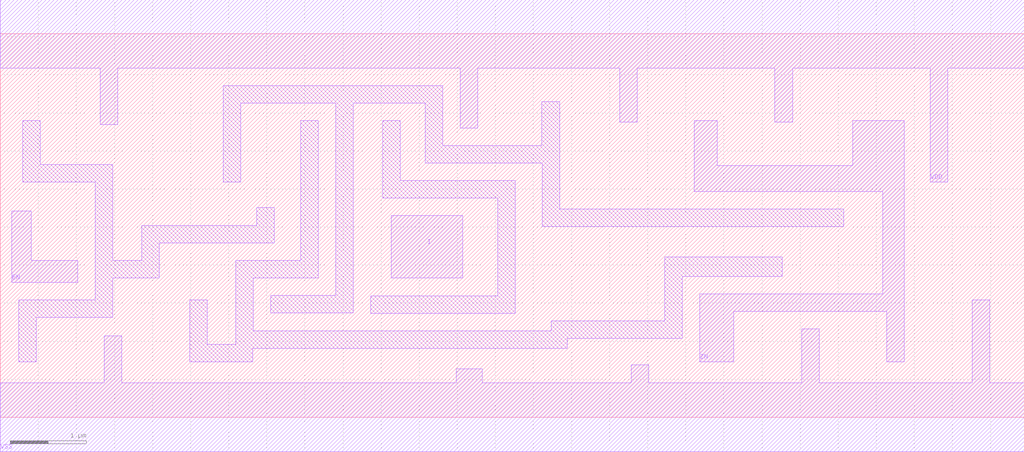
<source format=lef>
# Copyright 2022 GlobalFoundries PDK Authors
#
# Licensed under the Apache License, Version 2.0 (the "License");
# you may not use this file except in compliance with the License.
# You may obtain a copy of the License at
#
#      http://www.apache.org/licenses/LICENSE-2.0
#
# Unless required by applicable law or agreed to in writing, software
# distributed under the License is distributed on an "AS IS" BASIS,
# WITHOUT WARRANTIES OR CONDITIONS OF ANY KIND, either express or implied.
# See the License for the specific language governing permissions and
# limitations under the License.

MACRO gf180mcu_fd_sc_mcu9t5v0__invz_4
  CLASS core ;
  FOREIGN gf180mcu_fd_sc_mcu9t5v0__invz_4 0.0 0.0 ;
  ORIGIN 0 0 ;
  SYMMETRY X Y ;
  SITE GF018hv5v_green_sc9 ;
  SIZE 13.44 BY 5.04 ;
  PIN EN
    DIRECTION INPUT ;
    ANTENNAGATEAREA 3.384 ;
    PORT
      LAYER Metal1 ;
        POLYGON 0.15 1.77 1.02 1.77 1.02 2.06 0.41 2.06 0.41 2.71 0.15 2.71  ;
    END
  END EN
  PIN I
    DIRECTION INPUT ;
    ANTENNAGATEAREA 1.692 ;
    PORT
      LAYER Metal1 ;
        POLYGON 5.13 1.83 6.07 1.83 6.07 2.65 5.13 2.65  ;
    END
  END I
  PIN ZN
    DIRECTION OUTPUT ;
    ANTENNADIFFAREA 3.2448 ;
    PORT
      LAYER Metal1 ;
        POLYGON 9.11 2.965 11.075 2.965 11.585 2.965 11.585 1.62 9.18 1.62 9.18 0.73 9.63 0.73 9.63 1.39 11.64 1.39 11.64 0.73 11.87 0.73 11.87 3.9 11.19 3.9 11.19 3.31 11.075 3.31 9.41 3.31 9.41 3.9 9.11 3.9  ;
    END
  END ZN
  PIN VDD
    DIRECTION INOUT ;
    USE power ;
    SHAPE ABUTMENT ;
    PORT
      LAYER Metal1 ;
        POLYGON 0 4.59 1.315 4.59 1.315 3.845 1.545 3.845 1.545 4.59 6.04 4.59 6.04 3.8 6.27 3.8 6.27 4.59 8.13 4.59 8.13 3.88 8.36 3.88 8.36 4.59 10.17 4.59 10.17 3.88 10.4 3.88 10.4 4.59 11.075 4.59 12.21 4.59 12.21 3.09 12.44 3.09 12.44 4.59 13.44 4.59 13.44 5.49 11.075 5.49 0 5.49  ;
    END
  END VDD
  PIN VSS
    DIRECTION INOUT ;
    USE ground ;
    SHAPE ABUTMENT ;
    PORT
      LAYER Metal1 ;
        POLYGON 0 -0.45 13.44 -0.45 13.44 0.45 12.99 0.45 12.99 1.54 12.76 1.54 12.76 0.45 10.75 0.45 10.75 1.16 10.52 1.16 10.52 0.45 8.51 0.45 8.51 0.69 8.28 0.69 8.28 0.45 6.325 0.45 6.325 0.635 5.985 0.635 5.985 0.45 1.595 0.45 1.595 1.07 1.365 1.07 1.365 0.45 0 0.45  ;
    END
  END VSS
  OBS
      LAYER Metal1 ;
        POLYGON 0.295 3.09 1.25 3.09 1.25 1.54 0.245 1.54 0.245 0.73 0.475 0.73 0.475 1.31 1.48 1.31 1.48 1.83 2.09 1.83 2.09 2.29 3.595 2.29 3.595 2.755 3.365 2.755 3.365 2.52 1.86 2.52 1.86 2.06 1.48 2.06 1.48 3.32 0.525 3.32 0.525 3.9 0.295 3.9  ;
        POLYGON 5.02 2.88 6.53 2.88 6.53 1.595 4.865 1.595 4.865 1.365 6.76 1.365 6.76 3.11 5.25 3.11 5.25 3.9 5.02 3.9  ;
        POLYGON 2.485 0.73 3.315 0.73 3.315 0.905 7.445 0.905 7.445 1.04 8.95 1.04 8.95 1.85 10.265 1.85 10.265 2.11 8.72 2.11 8.72 1.27 7.235 1.27 7.235 1.135 3.32 1.135 3.32 1.83 4.175 1.83 4.175 3.9 3.945 3.9 3.945 2.06 3.09 2.06 3.09 0.96 2.715 0.96 2.715 1.54 2.485 1.54  ;
        POLYGON 2.925 3.09 3.155 3.09 3.155 4.13 4.405 4.13 4.405 1.6 3.55 1.6 3.55 1.37 4.635 1.37 4.635 4.13 5.58 4.13 5.58 3.34 7.115 3.34 7.115 2.505 11.075 2.505 11.075 2.735 7.345 2.735 7.345 4.15 7.11 4.15 7.11 3.57 5.81 3.57 5.81 4.36 2.925 4.36  ;
  END
END gf180mcu_fd_sc_mcu9t5v0__invz_4

</source>
